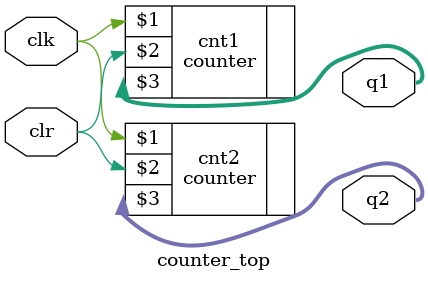
<source format=v>
module counter_top(clk,clr,q1,q2);

  input clk,clr; 
  output [15:0] q1;
  output [31:0] q2; 

  counter #(16) cnt1(clk,clr,q1);
  counter #(.width(32)) cnt2(clk,clr,q2);

endmodule

</source>
